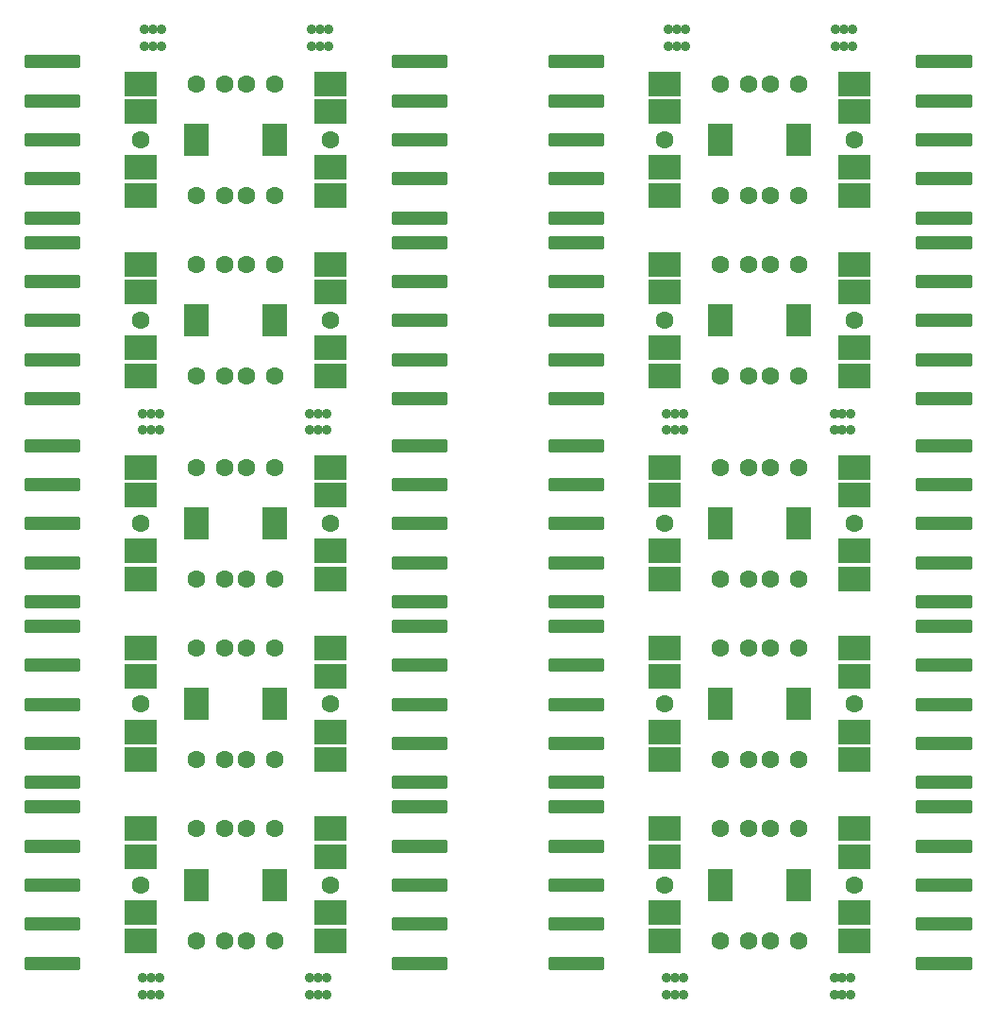
<source format=gts>
G04 #@! TF.GenerationSoftware,KiCad,Pcbnew,(5.1.0)-1*
G04 #@! TF.CreationDate,2019-05-31T01:19:27-04:00*
G04 #@! TF.ProjectId,10x-Input-10x-Output,3130782d-496e-4707-9574-2d3130782d4f,0.1*
G04 #@! TF.SameCoordinates,Original*
G04 #@! TF.FileFunction,Soldermask,Top*
G04 #@! TF.FilePolarity,Negative*
%FSLAX46Y46*%
G04 Gerber Fmt 4.6, Leading zero omitted, Abs format (unit mm)*
G04 Created by KiCad (PCBNEW (5.1.0)-1) date 2019-05-31 01:19:27*
%MOMM*%
%LPD*%
G04 APERTURE LIST*
%ADD10C,0.900000*%
%ADD11R,2.900000X2.200000*%
%ADD12C,1.600000*%
%ADD13R,2.200000X2.900000*%
%ADD14C,0.254000*%
G04 APERTURE END LIST*
D10*
X156120000Y-63054000D03*
X156120000Y-61554000D03*
X155370000Y-63054000D03*
X156870000Y-63054000D03*
X156870000Y-61554000D03*
X155370000Y-61554000D03*
X140370000Y-61554000D03*
X141870000Y-61554000D03*
X141870000Y-63054000D03*
X140370000Y-63054000D03*
X141120000Y-61554000D03*
X141120000Y-63054000D03*
X155980000Y-146554000D03*
X155980000Y-148054000D03*
X156730000Y-146554000D03*
X155230000Y-146554000D03*
X155230000Y-148054000D03*
X156730000Y-148054000D03*
X141730000Y-148054000D03*
X140230000Y-148054000D03*
X140230000Y-146554000D03*
X141730000Y-146554000D03*
X140980000Y-148054000D03*
X140980000Y-146554000D03*
X155980000Y-146554000D03*
X155980000Y-148054000D03*
X156730000Y-146554000D03*
X155230000Y-146554000D03*
X155230000Y-148054000D03*
X156730000Y-148054000D03*
X140370000Y-61554000D03*
X141870000Y-61554000D03*
X141870000Y-63054000D03*
X140370000Y-63054000D03*
X141120000Y-61554000D03*
X141120000Y-63054000D03*
X156730000Y-97454000D03*
X155230000Y-97454000D03*
X155230000Y-95954000D03*
X156730000Y-95954000D03*
X155980000Y-97454000D03*
X155980000Y-95954000D03*
X140980000Y-95954000D03*
X140980000Y-97454000D03*
X141730000Y-95954000D03*
X140230000Y-95954000D03*
X140230000Y-97454000D03*
X141730000Y-97454000D03*
D11*
X140050000Y-68904000D03*
X140050000Y-73904000D03*
D12*
X147550000Y-66404000D03*
X145050000Y-66404000D03*
X147550000Y-76404000D03*
X145050000Y-76404000D03*
X140050000Y-71404000D03*
D13*
X145050000Y-71404000D03*
D11*
X140050000Y-66404000D03*
X140050000Y-76404000D03*
X157050000Y-100804000D03*
X157050000Y-110804000D03*
D13*
X152050000Y-105804000D03*
D12*
X157050000Y-105804000D03*
X152050000Y-100804000D03*
X149550000Y-100804000D03*
X152050000Y-110804000D03*
X149550000Y-110804000D03*
D11*
X157050000Y-103304000D03*
X157050000Y-108304000D03*
X140050000Y-103304000D03*
X140050000Y-108304000D03*
D12*
X147550000Y-100804000D03*
X145050000Y-100804000D03*
X147550000Y-110804000D03*
X145050000Y-110804000D03*
X140050000Y-105804000D03*
D13*
X145050000Y-105804000D03*
D11*
X140050000Y-100804000D03*
X140050000Y-110804000D03*
X157050000Y-66404000D03*
X157050000Y-76404000D03*
D13*
X152050000Y-71404000D03*
D12*
X157050000Y-71404000D03*
X152050000Y-66404000D03*
X149550000Y-66404000D03*
X152050000Y-76404000D03*
X149550000Y-76404000D03*
D11*
X157050000Y-68904000D03*
X157050000Y-73904000D03*
X157050000Y-90104000D03*
X157050000Y-85104000D03*
D12*
X149550000Y-92604000D03*
X152050000Y-92604000D03*
X149550000Y-82604000D03*
X152050000Y-82604000D03*
X157050000Y-87604000D03*
D13*
X152050000Y-87604000D03*
D11*
X157050000Y-92604000D03*
X157050000Y-82604000D03*
X140050000Y-92604000D03*
X140050000Y-82604000D03*
D13*
X145050000Y-87604000D03*
D12*
X140050000Y-87604000D03*
X145050000Y-92604000D03*
X147550000Y-92604000D03*
X145050000Y-82604000D03*
X147550000Y-82604000D03*
D11*
X140050000Y-90104000D03*
X140050000Y-85104000D03*
X157050000Y-140704000D03*
X157050000Y-135704000D03*
D12*
X149550000Y-143204000D03*
X152050000Y-143204000D03*
X149550000Y-133204000D03*
X152050000Y-133204000D03*
X157050000Y-138204000D03*
D13*
X152050000Y-138204000D03*
D11*
X157050000Y-143204000D03*
X157050000Y-133204000D03*
X140050000Y-119504000D03*
X140050000Y-124504000D03*
D12*
X147550000Y-117004000D03*
X145050000Y-117004000D03*
X147550000Y-127004000D03*
X145050000Y-127004000D03*
X140050000Y-122004000D03*
D13*
X145050000Y-122004000D03*
D11*
X140050000Y-117004000D03*
X140050000Y-127004000D03*
X157050000Y-117004000D03*
X157050000Y-127004000D03*
D13*
X152050000Y-122004000D03*
D12*
X157050000Y-122004000D03*
X152050000Y-117004000D03*
X149550000Y-117004000D03*
X152050000Y-127004000D03*
X149550000Y-127004000D03*
D11*
X157050000Y-119504000D03*
X157050000Y-124504000D03*
X140050000Y-143204000D03*
X140050000Y-133204000D03*
D13*
X145050000Y-138204000D03*
D12*
X140050000Y-138204000D03*
X145050000Y-143204000D03*
X147550000Y-143204000D03*
X145050000Y-133204000D03*
X147550000Y-133204000D03*
D11*
X140050000Y-140704000D03*
X140050000Y-135704000D03*
D10*
X94120000Y-63054000D03*
X94120000Y-61554000D03*
X93370000Y-63054000D03*
X94870000Y-63054000D03*
X94870000Y-61554000D03*
X93370000Y-61554000D03*
X108370000Y-61554000D03*
X109870000Y-61554000D03*
X109870000Y-63054000D03*
X108370000Y-63054000D03*
X109120000Y-61554000D03*
X109120000Y-63054000D03*
X94120000Y-63054000D03*
X94120000Y-61554000D03*
X93370000Y-63054000D03*
X94870000Y-63054000D03*
X94870000Y-61554000D03*
X93370000Y-61554000D03*
X109730000Y-148054000D03*
X108230000Y-148054000D03*
X108230000Y-146554000D03*
X109730000Y-146554000D03*
X108980000Y-148054000D03*
X108980000Y-146554000D03*
X109730000Y-148054000D03*
X108230000Y-148054000D03*
X108230000Y-146554000D03*
X109730000Y-146554000D03*
X108980000Y-148054000D03*
X108980000Y-146554000D03*
X93980000Y-146554000D03*
X93980000Y-148054000D03*
X94730000Y-146554000D03*
X93230000Y-146554000D03*
X93230000Y-148054000D03*
X94730000Y-148054000D03*
X108980000Y-95954000D03*
X108980000Y-97454000D03*
X109730000Y-95954000D03*
X108230000Y-95954000D03*
X108230000Y-97454000D03*
X109730000Y-97454000D03*
X94730000Y-97454000D03*
X93230000Y-97454000D03*
X93230000Y-95954000D03*
X94730000Y-95954000D03*
X93980000Y-97454000D03*
X93980000Y-95954000D03*
D11*
X110050000Y-73904000D03*
X110050000Y-68904000D03*
D12*
X102550000Y-76404000D03*
X105050000Y-76404000D03*
X102550000Y-66404000D03*
X105050000Y-66404000D03*
X110050000Y-71404000D03*
D13*
X105050000Y-71404000D03*
D11*
X110050000Y-76404000D03*
X110050000Y-66404000D03*
X93050000Y-76404000D03*
X93050000Y-66404000D03*
D13*
X98050000Y-71404000D03*
D12*
X93050000Y-71404000D03*
X98050000Y-76404000D03*
X100550000Y-76404000D03*
X98050000Y-66404000D03*
X100550000Y-66404000D03*
D11*
X93050000Y-73904000D03*
X93050000Y-68904000D03*
X110050000Y-108304000D03*
X110050000Y-103304000D03*
D12*
X102550000Y-110804000D03*
X105050000Y-110804000D03*
X102550000Y-100804000D03*
X105050000Y-100804000D03*
X110050000Y-105804000D03*
D13*
X105050000Y-105804000D03*
D11*
X110050000Y-110804000D03*
X110050000Y-100804000D03*
X93050000Y-85104000D03*
X93050000Y-90104000D03*
D12*
X100550000Y-82604000D03*
X98050000Y-82604000D03*
X100550000Y-92604000D03*
X98050000Y-92604000D03*
X93050000Y-87604000D03*
D13*
X98050000Y-87604000D03*
D11*
X93050000Y-82604000D03*
X93050000Y-92604000D03*
X110050000Y-82604000D03*
X110050000Y-92604000D03*
D13*
X105050000Y-87604000D03*
D12*
X110050000Y-87604000D03*
X105050000Y-82604000D03*
X102550000Y-82604000D03*
X105050000Y-92604000D03*
X102550000Y-92604000D03*
D11*
X110050000Y-85104000D03*
X110050000Y-90104000D03*
X93050000Y-110804000D03*
X93050000Y-100804000D03*
D13*
X98050000Y-105804000D03*
D12*
X93050000Y-105804000D03*
X98050000Y-110804000D03*
X100550000Y-110804000D03*
X98050000Y-100804000D03*
X100550000Y-100804000D03*
D11*
X93050000Y-108304000D03*
X93050000Y-103304000D03*
X110050000Y-124504000D03*
X110050000Y-119504000D03*
D12*
X102550000Y-127004000D03*
X105050000Y-127004000D03*
X102550000Y-117004000D03*
X105050000Y-117004000D03*
X110050000Y-122004000D03*
D13*
X105050000Y-122004000D03*
D11*
X110050000Y-127004000D03*
X110050000Y-117004000D03*
X93050000Y-127004000D03*
X93050000Y-117004000D03*
D13*
X98050000Y-122004000D03*
D12*
X93050000Y-122004000D03*
X98050000Y-127004000D03*
X100550000Y-127004000D03*
X98050000Y-117004000D03*
X100550000Y-117004000D03*
D11*
X93050000Y-124504000D03*
X93050000Y-119504000D03*
X110050000Y-133204000D03*
X110050000Y-143204000D03*
D13*
X105050000Y-138204000D03*
D12*
X110050000Y-138204000D03*
X105050000Y-133204000D03*
X102550000Y-133204000D03*
X105050000Y-143204000D03*
X102550000Y-143204000D03*
D11*
X110050000Y-135704000D03*
X110050000Y-140704000D03*
X93050000Y-135704000D03*
X93050000Y-140704000D03*
D12*
X100550000Y-133204000D03*
X98050000Y-133204000D03*
X100550000Y-143204000D03*
X98050000Y-143204000D03*
X93050000Y-138204000D03*
D13*
X98050000Y-138204000D03*
D11*
X93050000Y-133204000D03*
X93050000Y-143204000D03*
D14*
G36*
X87423000Y-131677000D02*
G01*
X82677000Y-131677000D01*
X82677000Y-130731000D01*
X87423000Y-130731000D01*
X87423000Y-131677000D01*
X87423000Y-131677000D01*
G37*
X87423000Y-131677000D02*
X82677000Y-131677000D01*
X82677000Y-130731000D01*
X87423000Y-130731000D01*
X87423000Y-131677000D01*
G36*
X87423000Y-135177000D02*
G01*
X82677000Y-135177000D01*
X82677000Y-134231000D01*
X87423000Y-134231000D01*
X87423000Y-135177000D01*
X87423000Y-135177000D01*
G37*
X87423000Y-135177000D02*
X82677000Y-135177000D01*
X82677000Y-134231000D01*
X87423000Y-134231000D01*
X87423000Y-135177000D01*
G36*
X87423000Y-138677000D02*
G01*
X82677000Y-138677000D01*
X82677000Y-137731000D01*
X87423000Y-137731000D01*
X87423000Y-138677000D01*
X87423000Y-138677000D01*
G37*
X87423000Y-138677000D02*
X82677000Y-138677000D01*
X82677000Y-137731000D01*
X87423000Y-137731000D01*
X87423000Y-138677000D01*
G36*
X87423000Y-142177000D02*
G01*
X82677000Y-142177000D01*
X82677000Y-141231000D01*
X87423000Y-141231000D01*
X87423000Y-142177000D01*
X87423000Y-142177000D01*
G37*
X87423000Y-142177000D02*
X82677000Y-142177000D01*
X82677000Y-141231000D01*
X87423000Y-141231000D01*
X87423000Y-142177000D01*
G36*
X87423000Y-145677000D02*
G01*
X82677000Y-145677000D01*
X82677000Y-144731000D01*
X87423000Y-144731000D01*
X87423000Y-145677000D01*
X87423000Y-145677000D01*
G37*
X87423000Y-145677000D02*
X82677000Y-145677000D01*
X82677000Y-144731000D01*
X87423000Y-144731000D01*
X87423000Y-145677000D01*
G36*
X120423000Y-142177000D02*
G01*
X115677000Y-142177000D01*
X115677000Y-141231000D01*
X120423000Y-141231000D01*
X120423000Y-142177000D01*
X120423000Y-142177000D01*
G37*
X120423000Y-142177000D02*
X115677000Y-142177000D01*
X115677000Y-141231000D01*
X120423000Y-141231000D01*
X120423000Y-142177000D01*
G36*
X120423000Y-145677000D02*
G01*
X115677000Y-145677000D01*
X115677000Y-144731000D01*
X120423000Y-144731000D01*
X120423000Y-145677000D01*
X120423000Y-145677000D01*
G37*
X120423000Y-145677000D02*
X115677000Y-145677000D01*
X115677000Y-144731000D01*
X120423000Y-144731000D01*
X120423000Y-145677000D01*
G36*
X120423000Y-138677000D02*
G01*
X115677000Y-138677000D01*
X115677000Y-137731000D01*
X120423000Y-137731000D01*
X120423000Y-138677000D01*
X120423000Y-138677000D01*
G37*
X120423000Y-138677000D02*
X115677000Y-138677000D01*
X115677000Y-137731000D01*
X120423000Y-137731000D01*
X120423000Y-138677000D01*
G36*
X120423000Y-131677000D02*
G01*
X115677000Y-131677000D01*
X115677000Y-130731000D01*
X120423000Y-130731000D01*
X120423000Y-131677000D01*
X120423000Y-131677000D01*
G37*
X120423000Y-131677000D02*
X115677000Y-131677000D01*
X115677000Y-130731000D01*
X120423000Y-130731000D01*
X120423000Y-131677000D01*
G36*
X120423000Y-135177000D02*
G01*
X115677000Y-135177000D01*
X115677000Y-134231000D01*
X120423000Y-134231000D01*
X120423000Y-135177000D01*
X120423000Y-135177000D01*
G37*
X120423000Y-135177000D02*
X115677000Y-135177000D01*
X115677000Y-134231000D01*
X120423000Y-134231000D01*
X120423000Y-135177000D01*
G36*
X87423000Y-118977000D02*
G01*
X82677000Y-118977000D01*
X82677000Y-118031000D01*
X87423000Y-118031000D01*
X87423000Y-118977000D01*
X87423000Y-118977000D01*
G37*
X87423000Y-118977000D02*
X82677000Y-118977000D01*
X82677000Y-118031000D01*
X87423000Y-118031000D01*
X87423000Y-118977000D01*
G36*
X87423000Y-115477000D02*
G01*
X82677000Y-115477000D01*
X82677000Y-114531000D01*
X87423000Y-114531000D01*
X87423000Y-115477000D01*
X87423000Y-115477000D01*
G37*
X87423000Y-115477000D02*
X82677000Y-115477000D01*
X82677000Y-114531000D01*
X87423000Y-114531000D01*
X87423000Y-115477000D01*
G36*
X87423000Y-122477000D02*
G01*
X82677000Y-122477000D01*
X82677000Y-121531000D01*
X87423000Y-121531000D01*
X87423000Y-122477000D01*
X87423000Y-122477000D01*
G37*
X87423000Y-122477000D02*
X82677000Y-122477000D01*
X82677000Y-121531000D01*
X87423000Y-121531000D01*
X87423000Y-122477000D01*
G36*
X87423000Y-129477000D02*
G01*
X82677000Y-129477000D01*
X82677000Y-128531000D01*
X87423000Y-128531000D01*
X87423000Y-129477000D01*
X87423000Y-129477000D01*
G37*
X87423000Y-129477000D02*
X82677000Y-129477000D01*
X82677000Y-128531000D01*
X87423000Y-128531000D01*
X87423000Y-129477000D01*
G36*
X87423000Y-125977000D02*
G01*
X82677000Y-125977000D01*
X82677000Y-125031000D01*
X87423000Y-125031000D01*
X87423000Y-125977000D01*
X87423000Y-125977000D01*
G37*
X87423000Y-125977000D02*
X82677000Y-125977000D01*
X82677000Y-125031000D01*
X87423000Y-125031000D01*
X87423000Y-125977000D01*
G36*
X120423000Y-122477000D02*
G01*
X115677000Y-122477000D01*
X115677000Y-121531000D01*
X120423000Y-121531000D01*
X120423000Y-122477000D01*
X120423000Y-122477000D01*
G37*
X120423000Y-122477000D02*
X115677000Y-122477000D01*
X115677000Y-121531000D01*
X120423000Y-121531000D01*
X120423000Y-122477000D01*
G36*
X120423000Y-125977000D02*
G01*
X115677000Y-125977000D01*
X115677000Y-125031000D01*
X120423000Y-125031000D01*
X120423000Y-125977000D01*
X120423000Y-125977000D01*
G37*
X120423000Y-125977000D02*
X115677000Y-125977000D01*
X115677000Y-125031000D01*
X120423000Y-125031000D01*
X120423000Y-125977000D01*
G36*
X120423000Y-129477000D02*
G01*
X115677000Y-129477000D01*
X115677000Y-128531000D01*
X120423000Y-128531000D01*
X120423000Y-129477000D01*
X120423000Y-129477000D01*
G37*
X120423000Y-129477000D02*
X115677000Y-129477000D01*
X115677000Y-128531000D01*
X120423000Y-128531000D01*
X120423000Y-129477000D01*
G36*
X120423000Y-115477000D02*
G01*
X115677000Y-115477000D01*
X115677000Y-114531000D01*
X120423000Y-114531000D01*
X120423000Y-115477000D01*
X120423000Y-115477000D01*
G37*
X120423000Y-115477000D02*
X115677000Y-115477000D01*
X115677000Y-114531000D01*
X120423000Y-114531000D01*
X120423000Y-115477000D01*
G36*
X120423000Y-118977000D02*
G01*
X115677000Y-118977000D01*
X115677000Y-118031000D01*
X120423000Y-118031000D01*
X120423000Y-118977000D01*
X120423000Y-118977000D01*
G37*
X120423000Y-118977000D02*
X115677000Y-118977000D01*
X115677000Y-118031000D01*
X120423000Y-118031000D01*
X120423000Y-118977000D01*
G36*
X87423000Y-102777000D02*
G01*
X82677000Y-102777000D01*
X82677000Y-101831000D01*
X87423000Y-101831000D01*
X87423000Y-102777000D01*
X87423000Y-102777000D01*
G37*
X87423000Y-102777000D02*
X82677000Y-102777000D01*
X82677000Y-101831000D01*
X87423000Y-101831000D01*
X87423000Y-102777000D01*
G36*
X87423000Y-99277000D02*
G01*
X82677000Y-99277000D01*
X82677000Y-98331000D01*
X87423000Y-98331000D01*
X87423000Y-99277000D01*
X87423000Y-99277000D01*
G37*
X87423000Y-99277000D02*
X82677000Y-99277000D01*
X82677000Y-98331000D01*
X87423000Y-98331000D01*
X87423000Y-99277000D01*
G36*
X87423000Y-106277000D02*
G01*
X82677000Y-106277000D01*
X82677000Y-105331000D01*
X87423000Y-105331000D01*
X87423000Y-106277000D01*
X87423000Y-106277000D01*
G37*
X87423000Y-106277000D02*
X82677000Y-106277000D01*
X82677000Y-105331000D01*
X87423000Y-105331000D01*
X87423000Y-106277000D01*
G36*
X87423000Y-113277000D02*
G01*
X82677000Y-113277000D01*
X82677000Y-112331000D01*
X87423000Y-112331000D01*
X87423000Y-113277000D01*
X87423000Y-113277000D01*
G37*
X87423000Y-113277000D02*
X82677000Y-113277000D01*
X82677000Y-112331000D01*
X87423000Y-112331000D01*
X87423000Y-113277000D01*
G36*
X87423000Y-109777000D02*
G01*
X82677000Y-109777000D01*
X82677000Y-108831000D01*
X87423000Y-108831000D01*
X87423000Y-109777000D01*
X87423000Y-109777000D01*
G37*
X87423000Y-109777000D02*
X82677000Y-109777000D01*
X82677000Y-108831000D01*
X87423000Y-108831000D01*
X87423000Y-109777000D01*
G36*
X120423000Y-106277000D02*
G01*
X115677000Y-106277000D01*
X115677000Y-105331000D01*
X120423000Y-105331000D01*
X120423000Y-106277000D01*
X120423000Y-106277000D01*
G37*
X120423000Y-106277000D02*
X115677000Y-106277000D01*
X115677000Y-105331000D01*
X120423000Y-105331000D01*
X120423000Y-106277000D01*
G36*
X120423000Y-109777000D02*
G01*
X115677000Y-109777000D01*
X115677000Y-108831000D01*
X120423000Y-108831000D01*
X120423000Y-109777000D01*
X120423000Y-109777000D01*
G37*
X120423000Y-109777000D02*
X115677000Y-109777000D01*
X115677000Y-108831000D01*
X120423000Y-108831000D01*
X120423000Y-109777000D01*
G36*
X120423000Y-113277000D02*
G01*
X115677000Y-113277000D01*
X115677000Y-112331000D01*
X120423000Y-112331000D01*
X120423000Y-113277000D01*
X120423000Y-113277000D01*
G37*
X120423000Y-113277000D02*
X115677000Y-113277000D01*
X115677000Y-112331000D01*
X120423000Y-112331000D01*
X120423000Y-113277000D01*
G36*
X120423000Y-99277000D02*
G01*
X115677000Y-99277000D01*
X115677000Y-98331000D01*
X120423000Y-98331000D01*
X120423000Y-99277000D01*
X120423000Y-99277000D01*
G37*
X120423000Y-99277000D02*
X115677000Y-99277000D01*
X115677000Y-98331000D01*
X120423000Y-98331000D01*
X120423000Y-99277000D01*
G36*
X120423000Y-102777000D02*
G01*
X115677000Y-102777000D01*
X115677000Y-101831000D01*
X120423000Y-101831000D01*
X120423000Y-102777000D01*
X120423000Y-102777000D01*
G37*
X120423000Y-102777000D02*
X115677000Y-102777000D01*
X115677000Y-101831000D01*
X120423000Y-101831000D01*
X120423000Y-102777000D01*
G36*
X87423000Y-81077000D02*
G01*
X82677000Y-81077000D01*
X82677000Y-80131000D01*
X87423000Y-80131000D01*
X87423000Y-81077000D01*
X87423000Y-81077000D01*
G37*
X87423000Y-81077000D02*
X82677000Y-81077000D01*
X82677000Y-80131000D01*
X87423000Y-80131000D01*
X87423000Y-81077000D01*
G36*
X120423000Y-88077000D02*
G01*
X115677000Y-88077000D01*
X115677000Y-87131000D01*
X120423000Y-87131000D01*
X120423000Y-88077000D01*
X120423000Y-88077000D01*
G37*
X120423000Y-88077000D02*
X115677000Y-88077000D01*
X115677000Y-87131000D01*
X120423000Y-87131000D01*
X120423000Y-88077000D01*
G36*
X120423000Y-95077000D02*
G01*
X115677000Y-95077000D01*
X115677000Y-94131000D01*
X120423000Y-94131000D01*
X120423000Y-95077000D01*
X120423000Y-95077000D01*
G37*
X120423000Y-95077000D02*
X115677000Y-95077000D01*
X115677000Y-94131000D01*
X120423000Y-94131000D01*
X120423000Y-95077000D01*
G36*
X87423000Y-84577000D02*
G01*
X82677000Y-84577000D01*
X82677000Y-83631000D01*
X87423000Y-83631000D01*
X87423000Y-84577000D01*
X87423000Y-84577000D01*
G37*
X87423000Y-84577000D02*
X82677000Y-84577000D01*
X82677000Y-83631000D01*
X87423000Y-83631000D01*
X87423000Y-84577000D01*
G36*
X87423000Y-95077000D02*
G01*
X82677000Y-95077000D01*
X82677000Y-94131000D01*
X87423000Y-94131000D01*
X87423000Y-95077000D01*
X87423000Y-95077000D01*
G37*
X87423000Y-95077000D02*
X82677000Y-95077000D01*
X82677000Y-94131000D01*
X87423000Y-94131000D01*
X87423000Y-95077000D01*
G36*
X87423000Y-88077000D02*
G01*
X82677000Y-88077000D01*
X82677000Y-87131000D01*
X87423000Y-87131000D01*
X87423000Y-88077000D01*
X87423000Y-88077000D01*
G37*
X87423000Y-88077000D02*
X82677000Y-88077000D01*
X82677000Y-87131000D01*
X87423000Y-87131000D01*
X87423000Y-88077000D01*
G36*
X87423000Y-91577000D02*
G01*
X82677000Y-91577000D01*
X82677000Y-90631000D01*
X87423000Y-90631000D01*
X87423000Y-91577000D01*
X87423000Y-91577000D01*
G37*
X87423000Y-91577000D02*
X82677000Y-91577000D01*
X82677000Y-90631000D01*
X87423000Y-90631000D01*
X87423000Y-91577000D01*
G36*
X120423000Y-91577000D02*
G01*
X115677000Y-91577000D01*
X115677000Y-90631000D01*
X120423000Y-90631000D01*
X120423000Y-91577000D01*
X120423000Y-91577000D01*
G37*
X120423000Y-91577000D02*
X115677000Y-91577000D01*
X115677000Y-90631000D01*
X120423000Y-90631000D01*
X120423000Y-91577000D01*
G36*
X120423000Y-81077000D02*
G01*
X115677000Y-81077000D01*
X115677000Y-80131000D01*
X120423000Y-80131000D01*
X120423000Y-81077000D01*
X120423000Y-81077000D01*
G37*
X120423000Y-81077000D02*
X115677000Y-81077000D01*
X115677000Y-80131000D01*
X120423000Y-80131000D01*
X120423000Y-81077000D01*
G36*
X120423000Y-84577000D02*
G01*
X115677000Y-84577000D01*
X115677000Y-83631000D01*
X120423000Y-83631000D01*
X120423000Y-84577000D01*
X120423000Y-84577000D01*
G37*
X120423000Y-84577000D02*
X115677000Y-84577000D01*
X115677000Y-83631000D01*
X120423000Y-83631000D01*
X120423000Y-84577000D01*
G36*
X87423000Y-68377000D02*
G01*
X82677000Y-68377000D01*
X82677000Y-67431000D01*
X87423000Y-67431000D01*
X87423000Y-68377000D01*
X87423000Y-68377000D01*
G37*
X87423000Y-68377000D02*
X82677000Y-68377000D01*
X82677000Y-67431000D01*
X87423000Y-67431000D01*
X87423000Y-68377000D01*
G36*
X87423000Y-64877000D02*
G01*
X82677000Y-64877000D01*
X82677000Y-63931000D01*
X87423000Y-63931000D01*
X87423000Y-64877000D01*
X87423000Y-64877000D01*
G37*
X87423000Y-64877000D02*
X82677000Y-64877000D01*
X82677000Y-63931000D01*
X87423000Y-63931000D01*
X87423000Y-64877000D01*
G36*
X87423000Y-71877000D02*
G01*
X82677000Y-71877000D01*
X82677000Y-70931000D01*
X87423000Y-70931000D01*
X87423000Y-71877000D01*
X87423000Y-71877000D01*
G37*
X87423000Y-71877000D02*
X82677000Y-71877000D01*
X82677000Y-70931000D01*
X87423000Y-70931000D01*
X87423000Y-71877000D01*
G36*
X87423000Y-78877000D02*
G01*
X82677000Y-78877000D01*
X82677000Y-77931000D01*
X87423000Y-77931000D01*
X87423000Y-78877000D01*
X87423000Y-78877000D01*
G37*
X87423000Y-78877000D02*
X82677000Y-78877000D01*
X82677000Y-77931000D01*
X87423000Y-77931000D01*
X87423000Y-78877000D01*
G36*
X87423000Y-75377000D02*
G01*
X82677000Y-75377000D01*
X82677000Y-74431000D01*
X87423000Y-74431000D01*
X87423000Y-75377000D01*
X87423000Y-75377000D01*
G37*
X87423000Y-75377000D02*
X82677000Y-75377000D01*
X82677000Y-74431000D01*
X87423000Y-74431000D01*
X87423000Y-75377000D01*
G36*
X120423000Y-71877000D02*
G01*
X115677000Y-71877000D01*
X115677000Y-70931000D01*
X120423000Y-70931000D01*
X120423000Y-71877000D01*
X120423000Y-71877000D01*
G37*
X120423000Y-71877000D02*
X115677000Y-71877000D01*
X115677000Y-70931000D01*
X120423000Y-70931000D01*
X120423000Y-71877000D01*
G36*
X120423000Y-75377000D02*
G01*
X115677000Y-75377000D01*
X115677000Y-74431000D01*
X120423000Y-74431000D01*
X120423000Y-75377000D01*
X120423000Y-75377000D01*
G37*
X120423000Y-75377000D02*
X115677000Y-75377000D01*
X115677000Y-74431000D01*
X120423000Y-74431000D01*
X120423000Y-75377000D01*
G36*
X120423000Y-78877000D02*
G01*
X115677000Y-78877000D01*
X115677000Y-77931000D01*
X120423000Y-77931000D01*
X120423000Y-78877000D01*
X120423000Y-78877000D01*
G37*
X120423000Y-78877000D02*
X115677000Y-78877000D01*
X115677000Y-77931000D01*
X120423000Y-77931000D01*
X120423000Y-78877000D01*
G36*
X120423000Y-64877000D02*
G01*
X115677000Y-64877000D01*
X115677000Y-63931000D01*
X120423000Y-63931000D01*
X120423000Y-64877000D01*
X120423000Y-64877000D01*
G37*
X120423000Y-64877000D02*
X115677000Y-64877000D01*
X115677000Y-63931000D01*
X120423000Y-63931000D01*
X120423000Y-64877000D01*
G36*
X120423000Y-68377000D02*
G01*
X115677000Y-68377000D01*
X115677000Y-67431000D01*
X120423000Y-67431000D01*
X120423000Y-68377000D01*
X120423000Y-68377000D01*
G37*
X120423000Y-68377000D02*
X115677000Y-68377000D01*
X115677000Y-67431000D01*
X120423000Y-67431000D01*
X120423000Y-68377000D01*
G36*
X134423000Y-64877000D02*
G01*
X129677000Y-64877000D01*
X129677000Y-63931000D01*
X134423000Y-63931000D01*
X134423000Y-64877000D01*
X134423000Y-64877000D01*
G37*
X134423000Y-64877000D02*
X129677000Y-64877000D01*
X129677000Y-63931000D01*
X134423000Y-63931000D01*
X134423000Y-64877000D01*
G36*
X134423000Y-78877000D02*
G01*
X129677000Y-78877000D01*
X129677000Y-77931000D01*
X134423000Y-77931000D01*
X134423000Y-78877000D01*
X134423000Y-78877000D01*
G37*
X134423000Y-78877000D02*
X129677000Y-78877000D01*
X129677000Y-77931000D01*
X134423000Y-77931000D01*
X134423000Y-78877000D01*
G36*
X134423000Y-71877000D02*
G01*
X129677000Y-71877000D01*
X129677000Y-70931000D01*
X134423000Y-70931000D01*
X134423000Y-71877000D01*
X134423000Y-71877000D01*
G37*
X134423000Y-71877000D02*
X129677000Y-71877000D01*
X129677000Y-70931000D01*
X134423000Y-70931000D01*
X134423000Y-71877000D01*
G36*
X134423000Y-68377000D02*
G01*
X129677000Y-68377000D01*
X129677000Y-67431000D01*
X134423000Y-67431000D01*
X134423000Y-68377000D01*
X134423000Y-68377000D01*
G37*
X134423000Y-68377000D02*
X129677000Y-68377000D01*
X129677000Y-67431000D01*
X134423000Y-67431000D01*
X134423000Y-68377000D01*
G36*
X167423000Y-78877000D02*
G01*
X162677000Y-78877000D01*
X162677000Y-77931000D01*
X167423000Y-77931000D01*
X167423000Y-78877000D01*
X167423000Y-78877000D01*
G37*
X167423000Y-78877000D02*
X162677000Y-78877000D01*
X162677000Y-77931000D01*
X167423000Y-77931000D01*
X167423000Y-78877000D01*
G36*
X167423000Y-71877000D02*
G01*
X162677000Y-71877000D01*
X162677000Y-70931000D01*
X167423000Y-70931000D01*
X167423000Y-71877000D01*
X167423000Y-71877000D01*
G37*
X167423000Y-71877000D02*
X162677000Y-71877000D01*
X162677000Y-70931000D01*
X167423000Y-70931000D01*
X167423000Y-71877000D01*
G36*
X167423000Y-64877000D02*
G01*
X162677000Y-64877000D01*
X162677000Y-63931000D01*
X167423000Y-63931000D01*
X167423000Y-64877000D01*
X167423000Y-64877000D01*
G37*
X167423000Y-64877000D02*
X162677000Y-64877000D01*
X162677000Y-63931000D01*
X167423000Y-63931000D01*
X167423000Y-64877000D01*
G36*
X167423000Y-68377000D02*
G01*
X162677000Y-68377000D01*
X162677000Y-67431000D01*
X167423000Y-67431000D01*
X167423000Y-68377000D01*
X167423000Y-68377000D01*
G37*
X167423000Y-68377000D02*
X162677000Y-68377000D01*
X162677000Y-67431000D01*
X167423000Y-67431000D01*
X167423000Y-68377000D01*
G36*
X167423000Y-75377000D02*
G01*
X162677000Y-75377000D01*
X162677000Y-74431000D01*
X167423000Y-74431000D01*
X167423000Y-75377000D01*
X167423000Y-75377000D01*
G37*
X167423000Y-75377000D02*
X162677000Y-75377000D01*
X162677000Y-74431000D01*
X167423000Y-74431000D01*
X167423000Y-75377000D01*
G36*
X134423000Y-75377000D02*
G01*
X129677000Y-75377000D01*
X129677000Y-74431000D01*
X134423000Y-74431000D01*
X134423000Y-75377000D01*
X134423000Y-75377000D01*
G37*
X134423000Y-75377000D02*
X129677000Y-75377000D01*
X129677000Y-74431000D01*
X134423000Y-74431000D01*
X134423000Y-75377000D01*
G36*
X134423000Y-135177000D02*
G01*
X129677000Y-135177000D01*
X129677000Y-134231000D01*
X134423000Y-134231000D01*
X134423000Y-135177000D01*
X134423000Y-135177000D01*
G37*
X134423000Y-135177000D02*
X129677000Y-135177000D01*
X129677000Y-134231000D01*
X134423000Y-134231000D01*
X134423000Y-135177000D01*
G36*
X134423000Y-131677000D02*
G01*
X129677000Y-131677000D01*
X129677000Y-130731000D01*
X134423000Y-130731000D01*
X134423000Y-131677000D01*
X134423000Y-131677000D01*
G37*
X134423000Y-131677000D02*
X129677000Y-131677000D01*
X129677000Y-130731000D01*
X134423000Y-130731000D01*
X134423000Y-131677000D01*
G36*
X134423000Y-138677000D02*
G01*
X129677000Y-138677000D01*
X129677000Y-137731000D01*
X134423000Y-137731000D01*
X134423000Y-138677000D01*
X134423000Y-138677000D01*
G37*
X134423000Y-138677000D02*
X129677000Y-138677000D01*
X129677000Y-137731000D01*
X134423000Y-137731000D01*
X134423000Y-138677000D01*
G36*
X134423000Y-145677000D02*
G01*
X129677000Y-145677000D01*
X129677000Y-144731000D01*
X134423000Y-144731000D01*
X134423000Y-145677000D01*
X134423000Y-145677000D01*
G37*
X134423000Y-145677000D02*
X129677000Y-145677000D01*
X129677000Y-144731000D01*
X134423000Y-144731000D01*
X134423000Y-145677000D01*
G36*
X134423000Y-142177000D02*
G01*
X129677000Y-142177000D01*
X129677000Y-141231000D01*
X134423000Y-141231000D01*
X134423000Y-142177000D01*
X134423000Y-142177000D01*
G37*
X134423000Y-142177000D02*
X129677000Y-142177000D01*
X129677000Y-141231000D01*
X134423000Y-141231000D01*
X134423000Y-142177000D01*
G36*
X167423000Y-138677000D02*
G01*
X162677000Y-138677000D01*
X162677000Y-137731000D01*
X167423000Y-137731000D01*
X167423000Y-138677000D01*
X167423000Y-138677000D01*
G37*
X167423000Y-138677000D02*
X162677000Y-138677000D01*
X162677000Y-137731000D01*
X167423000Y-137731000D01*
X167423000Y-138677000D01*
G36*
X167423000Y-142177000D02*
G01*
X162677000Y-142177000D01*
X162677000Y-141231000D01*
X167423000Y-141231000D01*
X167423000Y-142177000D01*
X167423000Y-142177000D01*
G37*
X167423000Y-142177000D02*
X162677000Y-142177000D01*
X162677000Y-141231000D01*
X167423000Y-141231000D01*
X167423000Y-142177000D01*
G36*
X167423000Y-145677000D02*
G01*
X162677000Y-145677000D01*
X162677000Y-144731000D01*
X167423000Y-144731000D01*
X167423000Y-145677000D01*
X167423000Y-145677000D01*
G37*
X167423000Y-145677000D02*
X162677000Y-145677000D01*
X162677000Y-144731000D01*
X167423000Y-144731000D01*
X167423000Y-145677000D01*
G36*
X167423000Y-131677000D02*
G01*
X162677000Y-131677000D01*
X162677000Y-130731000D01*
X167423000Y-130731000D01*
X167423000Y-131677000D01*
X167423000Y-131677000D01*
G37*
X167423000Y-131677000D02*
X162677000Y-131677000D01*
X162677000Y-130731000D01*
X167423000Y-130731000D01*
X167423000Y-131677000D01*
G36*
X167423000Y-135177000D02*
G01*
X162677000Y-135177000D01*
X162677000Y-134231000D01*
X167423000Y-134231000D01*
X167423000Y-135177000D01*
X167423000Y-135177000D01*
G37*
X167423000Y-135177000D02*
X162677000Y-135177000D01*
X162677000Y-134231000D01*
X167423000Y-134231000D01*
X167423000Y-135177000D01*
G36*
X167423000Y-102777000D02*
G01*
X162677000Y-102777000D01*
X162677000Y-101831000D01*
X167423000Y-101831000D01*
X167423000Y-102777000D01*
X167423000Y-102777000D01*
G37*
X167423000Y-102777000D02*
X162677000Y-102777000D01*
X162677000Y-101831000D01*
X167423000Y-101831000D01*
X167423000Y-102777000D01*
G36*
X167423000Y-109777000D02*
G01*
X162677000Y-109777000D01*
X162677000Y-108831000D01*
X167423000Y-108831000D01*
X167423000Y-109777000D01*
X167423000Y-109777000D01*
G37*
X167423000Y-109777000D02*
X162677000Y-109777000D01*
X162677000Y-108831000D01*
X167423000Y-108831000D01*
X167423000Y-109777000D01*
G36*
X167423000Y-91577000D02*
G01*
X162677000Y-91577000D01*
X162677000Y-90631000D01*
X167423000Y-90631000D01*
X167423000Y-91577000D01*
X167423000Y-91577000D01*
G37*
X167423000Y-91577000D02*
X162677000Y-91577000D01*
X162677000Y-90631000D01*
X167423000Y-90631000D01*
X167423000Y-91577000D01*
G36*
X167423000Y-88077000D02*
G01*
X162677000Y-88077000D01*
X162677000Y-87131000D01*
X167423000Y-87131000D01*
X167423000Y-88077000D01*
X167423000Y-88077000D01*
G37*
X167423000Y-88077000D02*
X162677000Y-88077000D01*
X162677000Y-87131000D01*
X167423000Y-87131000D01*
X167423000Y-88077000D01*
G36*
X167423000Y-81077000D02*
G01*
X162677000Y-81077000D01*
X162677000Y-80131000D01*
X167423000Y-80131000D01*
X167423000Y-81077000D01*
X167423000Y-81077000D01*
G37*
X167423000Y-81077000D02*
X162677000Y-81077000D01*
X162677000Y-80131000D01*
X167423000Y-80131000D01*
X167423000Y-81077000D01*
G36*
X134423000Y-99277000D02*
G01*
X129677000Y-99277000D01*
X129677000Y-98331000D01*
X134423000Y-98331000D01*
X134423000Y-99277000D01*
X134423000Y-99277000D01*
G37*
X134423000Y-99277000D02*
X129677000Y-99277000D01*
X129677000Y-98331000D01*
X134423000Y-98331000D01*
X134423000Y-99277000D01*
G36*
X134423000Y-102777000D02*
G01*
X129677000Y-102777000D01*
X129677000Y-101831000D01*
X134423000Y-101831000D01*
X134423000Y-102777000D01*
X134423000Y-102777000D01*
G37*
X134423000Y-102777000D02*
X129677000Y-102777000D01*
X129677000Y-101831000D01*
X134423000Y-101831000D01*
X134423000Y-102777000D01*
G36*
X134423000Y-81077000D02*
G01*
X129677000Y-81077000D01*
X129677000Y-80131000D01*
X134423000Y-80131000D01*
X134423000Y-81077000D01*
X134423000Y-81077000D01*
G37*
X134423000Y-81077000D02*
X129677000Y-81077000D01*
X129677000Y-80131000D01*
X134423000Y-80131000D01*
X134423000Y-81077000D01*
G36*
X167423000Y-99277000D02*
G01*
X162677000Y-99277000D01*
X162677000Y-98331000D01*
X167423000Y-98331000D01*
X167423000Y-99277000D01*
X167423000Y-99277000D01*
G37*
X167423000Y-99277000D02*
X162677000Y-99277000D01*
X162677000Y-98331000D01*
X167423000Y-98331000D01*
X167423000Y-99277000D01*
G36*
X167423000Y-84577000D02*
G01*
X162677000Y-84577000D01*
X162677000Y-83631000D01*
X167423000Y-83631000D01*
X167423000Y-84577000D01*
X167423000Y-84577000D01*
G37*
X167423000Y-84577000D02*
X162677000Y-84577000D01*
X162677000Y-83631000D01*
X167423000Y-83631000D01*
X167423000Y-84577000D01*
G36*
X134423000Y-106277000D02*
G01*
X129677000Y-106277000D01*
X129677000Y-105331000D01*
X134423000Y-105331000D01*
X134423000Y-106277000D01*
X134423000Y-106277000D01*
G37*
X134423000Y-106277000D02*
X129677000Y-106277000D01*
X129677000Y-105331000D01*
X134423000Y-105331000D01*
X134423000Y-106277000D01*
G36*
X167423000Y-113277000D02*
G01*
X162677000Y-113277000D01*
X162677000Y-112331000D01*
X167423000Y-112331000D01*
X167423000Y-113277000D01*
X167423000Y-113277000D01*
G37*
X167423000Y-113277000D02*
X162677000Y-113277000D01*
X162677000Y-112331000D01*
X167423000Y-112331000D01*
X167423000Y-113277000D01*
G36*
X134423000Y-95077000D02*
G01*
X129677000Y-95077000D01*
X129677000Y-94131000D01*
X134423000Y-94131000D01*
X134423000Y-95077000D01*
X134423000Y-95077000D01*
G37*
X134423000Y-95077000D02*
X129677000Y-95077000D01*
X129677000Y-94131000D01*
X134423000Y-94131000D01*
X134423000Y-95077000D01*
G36*
X134423000Y-91577000D02*
G01*
X129677000Y-91577000D01*
X129677000Y-90631000D01*
X134423000Y-90631000D01*
X134423000Y-91577000D01*
X134423000Y-91577000D01*
G37*
X134423000Y-91577000D02*
X129677000Y-91577000D01*
X129677000Y-90631000D01*
X134423000Y-90631000D01*
X134423000Y-91577000D01*
G36*
X134423000Y-84577000D02*
G01*
X129677000Y-84577000D01*
X129677000Y-83631000D01*
X134423000Y-83631000D01*
X134423000Y-84577000D01*
X134423000Y-84577000D01*
G37*
X134423000Y-84577000D02*
X129677000Y-84577000D01*
X129677000Y-83631000D01*
X134423000Y-83631000D01*
X134423000Y-84577000D01*
G36*
X167423000Y-95077000D02*
G01*
X162677000Y-95077000D01*
X162677000Y-94131000D01*
X167423000Y-94131000D01*
X167423000Y-95077000D01*
X167423000Y-95077000D01*
G37*
X167423000Y-95077000D02*
X162677000Y-95077000D01*
X162677000Y-94131000D01*
X167423000Y-94131000D01*
X167423000Y-95077000D01*
G36*
X134423000Y-113277000D02*
G01*
X129677000Y-113277000D01*
X129677000Y-112331000D01*
X134423000Y-112331000D01*
X134423000Y-113277000D01*
X134423000Y-113277000D01*
G37*
X134423000Y-113277000D02*
X129677000Y-113277000D01*
X129677000Y-112331000D01*
X134423000Y-112331000D01*
X134423000Y-113277000D01*
G36*
X134423000Y-109777000D02*
G01*
X129677000Y-109777000D01*
X129677000Y-108831000D01*
X134423000Y-108831000D01*
X134423000Y-109777000D01*
X134423000Y-109777000D01*
G37*
X134423000Y-109777000D02*
X129677000Y-109777000D01*
X129677000Y-108831000D01*
X134423000Y-108831000D01*
X134423000Y-109777000D01*
G36*
X167423000Y-106277000D02*
G01*
X162677000Y-106277000D01*
X162677000Y-105331000D01*
X167423000Y-105331000D01*
X167423000Y-106277000D01*
X167423000Y-106277000D01*
G37*
X167423000Y-106277000D02*
X162677000Y-106277000D01*
X162677000Y-105331000D01*
X167423000Y-105331000D01*
X167423000Y-106277000D01*
G36*
X134423000Y-88077000D02*
G01*
X129677000Y-88077000D01*
X129677000Y-87131000D01*
X134423000Y-87131000D01*
X134423000Y-88077000D01*
X134423000Y-88077000D01*
G37*
X134423000Y-88077000D02*
X129677000Y-88077000D01*
X129677000Y-87131000D01*
X134423000Y-87131000D01*
X134423000Y-88077000D01*
G36*
X134423000Y-115477000D02*
G01*
X129677000Y-115477000D01*
X129677000Y-114531000D01*
X134423000Y-114531000D01*
X134423000Y-115477000D01*
X134423000Y-115477000D01*
G37*
X134423000Y-115477000D02*
X129677000Y-115477000D01*
X129677000Y-114531000D01*
X134423000Y-114531000D01*
X134423000Y-115477000D01*
G36*
X167423000Y-122477000D02*
G01*
X162677000Y-122477000D01*
X162677000Y-121531000D01*
X167423000Y-121531000D01*
X167423000Y-122477000D01*
X167423000Y-122477000D01*
G37*
X167423000Y-122477000D02*
X162677000Y-122477000D01*
X162677000Y-121531000D01*
X167423000Y-121531000D01*
X167423000Y-122477000D01*
G36*
X167423000Y-129477000D02*
G01*
X162677000Y-129477000D01*
X162677000Y-128531000D01*
X167423000Y-128531000D01*
X167423000Y-129477000D01*
X167423000Y-129477000D01*
G37*
X167423000Y-129477000D02*
X162677000Y-129477000D01*
X162677000Y-128531000D01*
X167423000Y-128531000D01*
X167423000Y-129477000D01*
G36*
X134423000Y-118977000D02*
G01*
X129677000Y-118977000D01*
X129677000Y-118031000D01*
X134423000Y-118031000D01*
X134423000Y-118977000D01*
X134423000Y-118977000D01*
G37*
X134423000Y-118977000D02*
X129677000Y-118977000D01*
X129677000Y-118031000D01*
X134423000Y-118031000D01*
X134423000Y-118977000D01*
G36*
X134423000Y-129477000D02*
G01*
X129677000Y-129477000D01*
X129677000Y-128531000D01*
X134423000Y-128531000D01*
X134423000Y-129477000D01*
X134423000Y-129477000D01*
G37*
X134423000Y-129477000D02*
X129677000Y-129477000D01*
X129677000Y-128531000D01*
X134423000Y-128531000D01*
X134423000Y-129477000D01*
G36*
X134423000Y-122477000D02*
G01*
X129677000Y-122477000D01*
X129677000Y-121531000D01*
X134423000Y-121531000D01*
X134423000Y-122477000D01*
X134423000Y-122477000D01*
G37*
X134423000Y-122477000D02*
X129677000Y-122477000D01*
X129677000Y-121531000D01*
X134423000Y-121531000D01*
X134423000Y-122477000D01*
G36*
X134423000Y-125977000D02*
G01*
X129677000Y-125977000D01*
X129677000Y-125031000D01*
X134423000Y-125031000D01*
X134423000Y-125977000D01*
X134423000Y-125977000D01*
G37*
X134423000Y-125977000D02*
X129677000Y-125977000D01*
X129677000Y-125031000D01*
X134423000Y-125031000D01*
X134423000Y-125977000D01*
G36*
X167423000Y-125977000D02*
G01*
X162677000Y-125977000D01*
X162677000Y-125031000D01*
X167423000Y-125031000D01*
X167423000Y-125977000D01*
X167423000Y-125977000D01*
G37*
X167423000Y-125977000D02*
X162677000Y-125977000D01*
X162677000Y-125031000D01*
X167423000Y-125031000D01*
X167423000Y-125977000D01*
G36*
X167423000Y-115477000D02*
G01*
X162677000Y-115477000D01*
X162677000Y-114531000D01*
X167423000Y-114531000D01*
X167423000Y-115477000D01*
X167423000Y-115477000D01*
G37*
X167423000Y-115477000D02*
X162677000Y-115477000D01*
X162677000Y-114531000D01*
X167423000Y-114531000D01*
X167423000Y-115477000D01*
G36*
X167423000Y-118977000D02*
G01*
X162677000Y-118977000D01*
X162677000Y-118031000D01*
X167423000Y-118031000D01*
X167423000Y-118977000D01*
X167423000Y-118977000D01*
G37*
X167423000Y-118977000D02*
X162677000Y-118977000D01*
X162677000Y-118031000D01*
X167423000Y-118031000D01*
X167423000Y-118977000D01*
M02*

</source>
